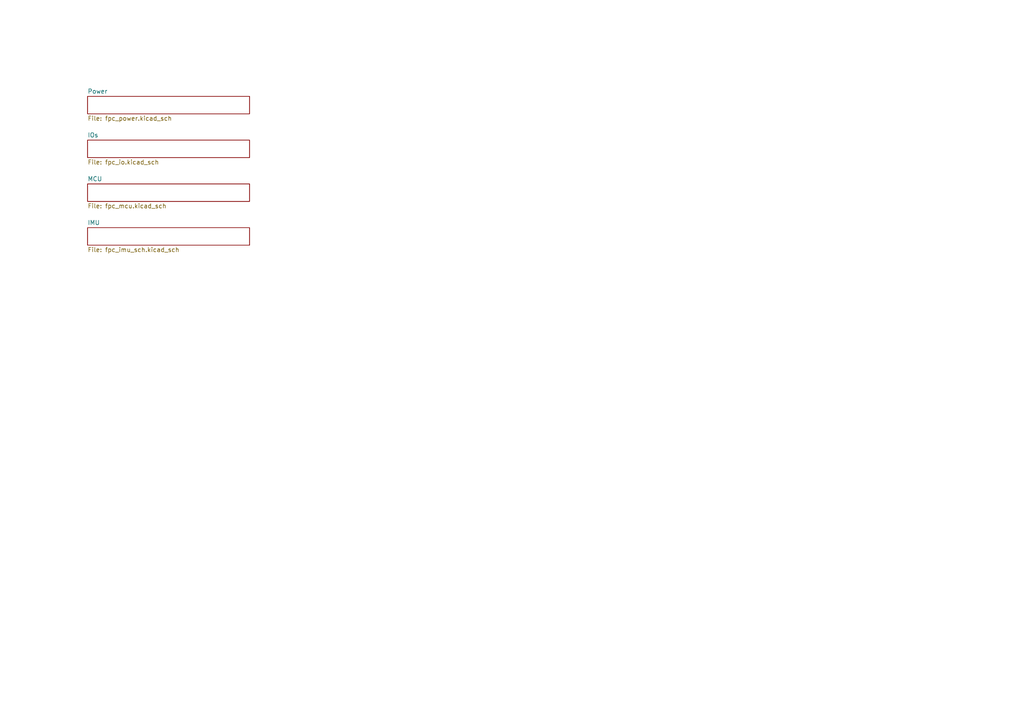
<source format=kicad_sch>
(kicad_sch
	(version 20250114)
	(generator "eeschema")
	(generator_version "9.0")
	(uuid "b8279e3f-7ea4-46f5-abf2-a9173e16562f")
	(paper "A4")
	(lib_symbols)
	(sheet
		(at 25.4 40.64)
		(size 46.99 5.08)
		(exclude_from_sim no)
		(in_bom yes)
		(on_board yes)
		(dnp no)
		(fields_autoplaced yes)
		(stroke
			(width 0.1524)
			(type solid)
		)
		(fill
			(color 0 0 0 0.0000)
		)
		(uuid "1515f097-b210-49ac-8180-3bf3a13b4fb2")
		(property "Sheetname" "IOs"
			(at 25.4 39.9284 0)
			(effects
				(font
					(size 1.27 1.27)
				)
				(justify left bottom)
			)
		)
		(property "Sheetfile" "fpc_io.kicad_sch"
			(at 25.4 46.3046 0)
			(effects
				(font
					(size 1.27 1.27)
				)
				(justify left top)
			)
		)
		(instances
			(project "FPSP Camera"
				(path "/b8279e3f-7ea4-46f5-abf2-a9173e16562f"
					(page "3")
				)
			)
		)
	)
	(sheet
		(at 25.4 27.94)
		(size 46.99 5.08)
		(exclude_from_sim no)
		(in_bom yes)
		(on_board yes)
		(dnp no)
		(fields_autoplaced yes)
		(stroke
			(width 0.1524)
			(type solid)
		)
		(fill
			(color 0 0 0 0.0000)
		)
		(uuid "172436b5-7623-47a5-a8ea-c5a45f9f12a8")
		(property "Sheetname" "Power"
			(at 25.4 27.2284 0)
			(effects
				(font
					(size 1.27 1.27)
				)
				(justify left bottom)
			)
		)
		(property "Sheetfile" "fpc_power.kicad_sch"
			(at 25.4 33.6046 0)
			(effects
				(font
					(size 1.27 1.27)
				)
				(justify left top)
			)
		)
		(instances
			(project "FPSP Camera"
				(path "/b8279e3f-7ea4-46f5-abf2-a9173e16562f"
					(page "2")
				)
			)
		)
	)
	(sheet
		(at 25.4 53.34)
		(size 46.99 5.08)
		(exclude_from_sim no)
		(in_bom yes)
		(on_board yes)
		(dnp no)
		(fields_autoplaced yes)
		(stroke
			(width 0.1524)
			(type solid)
		)
		(fill
			(color 0 0 0 0.0000)
		)
		(uuid "b2a4a92a-4d0c-404e-bdbd-0a3181455e07")
		(property "Sheetname" "MCU"
			(at 25.4 52.6284 0)
			(effects
				(font
					(size 1.27 1.27)
				)
				(justify left bottom)
			)
		)
		(property "Sheetfile" "fpc_mcu.kicad_sch"
			(at 25.4 59.0046 0)
			(effects
				(font
					(size 1.27 1.27)
				)
				(justify left top)
			)
		)
		(instances
			(project "FPSP Camera"
				(path "/b8279e3f-7ea4-46f5-abf2-a9173e16562f"
					(page "4")
				)
			)
		)
	)
	(sheet
		(at 25.4 66.04)
		(size 46.99 5.08)
		(exclude_from_sim no)
		(in_bom yes)
		(on_board yes)
		(dnp no)
		(fields_autoplaced yes)
		(stroke
			(width 0.1524)
			(type solid)
		)
		(fill
			(color 0 0 0 0.0000)
		)
		(uuid "fe27d215-4a03-48dc-b9d9-ef5c7fd8f22c")
		(property "Sheetname" "IMU"
			(at 25.4 65.3284 0)
			(effects
				(font
					(size 1.27 1.27)
				)
				(justify left bottom)
			)
		)
		(property "Sheetfile" "fpc_imu_sch.kicad_sch"
			(at 25.4 71.7046 0)
			(effects
				(font
					(size 1.27 1.27)
				)
				(justify left top)
			)
		)
		(instances
			(project "FPSP Camera"
				(path "/b8279e3f-7ea4-46f5-abf2-a9173e16562f"
					(page "5")
				)
			)
		)
	)
	(sheet_instances
		(path "/"
			(page "1")
		)
	)
	(embedded_fonts no)
)

</source>
